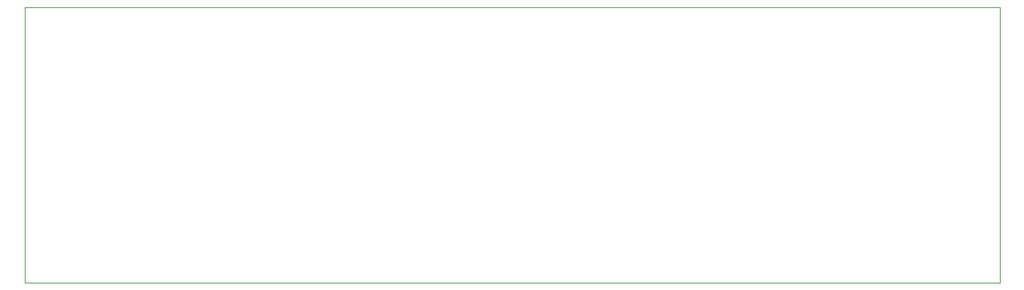
<source format=gbr>
%TF.GenerationSoftware,KiCad,Pcbnew,(6.0.7-1)-1*%
%TF.CreationDate,2022-09-09T18:16:01+02:00*%
%TF.ProjectId,ethernet-to-spi,65746865-726e-4657-942d-746f2d737069,rev?*%
%TF.SameCoordinates,PX3dcc500PY7f69300*%
%TF.FileFunction,Profile,NP*%
%FSLAX46Y46*%
G04 Gerber Fmt 4.6, Leading zero omitted, Abs format (unit mm)*
G04 Created by KiCad (PCBNEW (6.0.7-1)-1) date 2022-09-09 18:16:01*
%MOMM*%
%LPD*%
G01*
G04 APERTURE LIST*
%TA.AperFunction,Profile*%
%ADD10C,0.100000*%
%TD*%
G04 APERTURE END LIST*
D10*
X0Y0D02*
X113000000Y0D01*
X113000000Y0D02*
X113000000Y32000000D01*
X113000000Y32000000D02*
X0Y32000000D01*
X0Y32000000D02*
X0Y0D01*
M02*

</source>
